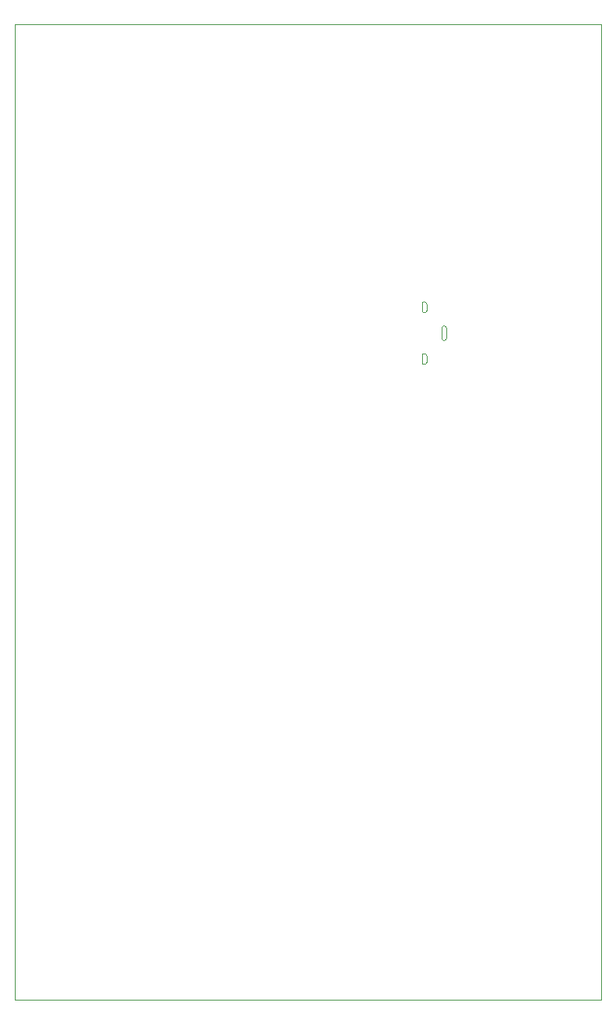
<source format=gbr>
G04 #@! TF.GenerationSoftware,KiCad,Pcbnew,7.0.5*
G04 #@! TF.CreationDate,2025-03-16T19:14:48-05:00*
G04 #@! TF.ProjectId,DSKY_led_display,44534b59-5f6c-4656-945f-646973706c61,V7*
G04 #@! TF.SameCoordinates,Original*
G04 #@! TF.FileFunction,Profile,NP*
%FSLAX46Y46*%
G04 Gerber Fmt 4.6, Leading zero omitted, Abs format (unit mm)*
G04 Created by KiCad (PCBNEW 7.0.5) date 2025-03-16 19:14:48*
%MOMM*%
%LPD*%
G01*
G04 APERTURE LIST*
G04 #@! TA.AperFunction,Profile*
%ADD10C,0.050000*%
G04 #@! TD*
G04 #@! TA.AperFunction,Profile*
%ADD11C,0.005000*%
G04 #@! TD*
G04 APERTURE END LIST*
D10*
X33900000Y-34000000D02*
X97400000Y-34000000D01*
X97400000Y-34000000D02*
X97400000Y-139500000D01*
X33900000Y-139500000D02*
X97400000Y-139500000D01*
X33900000Y-139500000D02*
X33900000Y-34000000D01*
D11*
G04 #@! TO.C,J1*
X78500000Y-70550000D02*
X78500000Y-69850000D01*
X78000000Y-69850000D02*
X78000000Y-70550000D01*
X80650000Y-67950000D02*
X80650000Y-66850000D01*
X80150000Y-66850000D02*
X80150000Y-67950000D01*
X78500000Y-64950000D02*
X78500000Y-64250000D01*
X78000000Y-64250000D02*
X78000000Y-64950000D01*
X78000000Y-70550000D02*
G75*
G03*
X78250000Y-70800000I249999J-1D01*
G01*
X78250000Y-70800000D02*
G75*
G03*
X78500000Y-70550000I1J249999D01*
G01*
X78250000Y-69600000D02*
G75*
G03*
X78000000Y-69850000I-1J-249999D01*
G01*
X78500000Y-69850000D02*
G75*
G03*
X78250000Y-69600000I-249999J1D01*
G01*
X80150000Y-67950000D02*
G75*
G03*
X80400000Y-68200000I249999J-1D01*
G01*
X80400000Y-68200000D02*
G75*
G03*
X80650000Y-67950000I1J249999D01*
G01*
X80400000Y-66600000D02*
G75*
G03*
X80150000Y-66850000I0J-250000D01*
G01*
X80650000Y-66850000D02*
G75*
G03*
X80400000Y-66600000I-250000J0D01*
G01*
X78000000Y-64950000D02*
G75*
G03*
X78250000Y-65200000I250000J0D01*
G01*
X78250000Y-65200000D02*
G75*
G03*
X78500000Y-64950000I0J250000D01*
G01*
X78250000Y-64000000D02*
G75*
G03*
X78000000Y-64250000I0J-250000D01*
G01*
X78500000Y-64250000D02*
G75*
G03*
X78250000Y-64000000I-250000J0D01*
G01*
G04 #@! TD*
M02*

</source>
